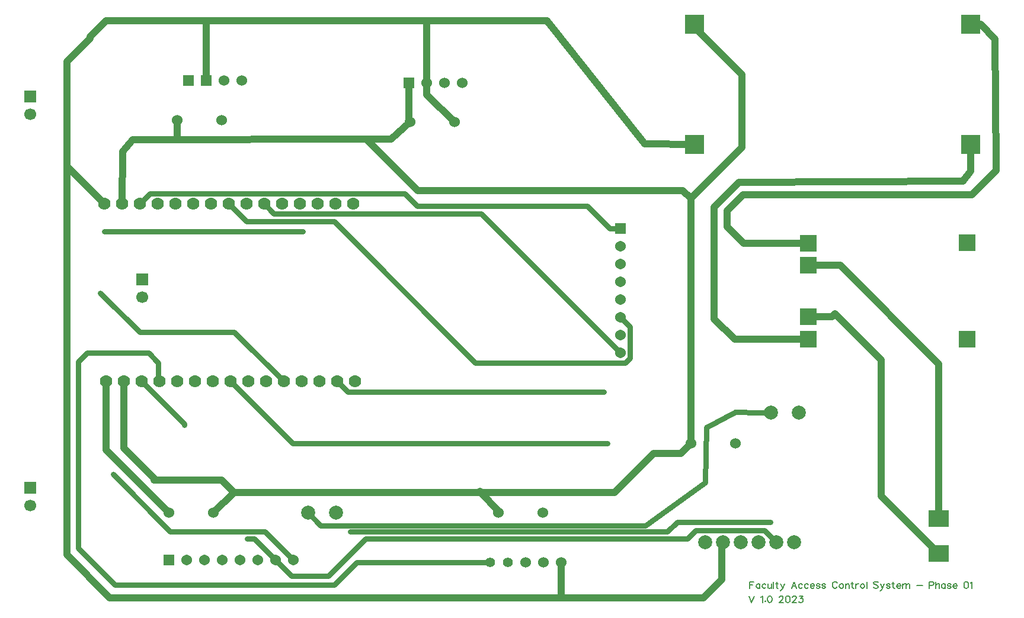
<source format=gtl>
G04 Layer: TopLayer*
G04 EasyEDA v6.5.23, 2023-06-11 23:43:22*
G04 2b95388b78af4998b8b99e231a31c8e7,07531b1ef0a74d2492736d9a14bc6988,10*
G04 Gerber Generator version 0.2*
G04 Scale: 100 percent, Rotated: No, Reflected: No *
G04 Dimensions in millimeters *
G04 leading zeros omitted , absolute positions ,4 integer and 5 decimal *
%FSLAX45Y45*%
%MOMM*%

%ADD10C,0.2032*%
%ADD11C,1.0000*%
%ADD12C,0.7500*%
%ADD13R,2.4000X2.4000*%
%ADD14R,2.8000X2.8000*%
%ADD15R,1.5240X1.5240*%
%ADD16C,1.5240*%
%ADD17C,1.7780*%
%ADD18R,1.5400X1.5400*%
%ADD19C,1.5400*%
%ADD20C,1.4000*%
%ADD21R,3.0000X2.4000*%
%ADD22C,2.0000*%
%ADD23C,1.7000*%
%ADD24R,1.7000X1.7000*%
%ADD25C,0.6100*%
%ADD26C,0.0181*%

%LPD*%
D10*
X11741099Y-2953461D02*
G01*
X11741099Y-3048965D01*
X11741099Y-2953461D02*
G01*
X11800281Y-2953461D01*
X11741099Y-2998927D02*
G01*
X11777421Y-2998927D01*
X11884609Y-2985211D02*
G01*
X11884609Y-3048965D01*
X11884609Y-2998927D02*
G01*
X11875719Y-2989783D01*
X11866575Y-2985211D01*
X11852859Y-2985211D01*
X11843715Y-2989783D01*
X11834825Y-2998927D01*
X11830253Y-3012389D01*
X11830253Y-3021533D01*
X11834825Y-3035249D01*
X11843715Y-3044393D01*
X11852859Y-3048965D01*
X11866575Y-3048965D01*
X11875719Y-3044393D01*
X11884609Y-3035249D01*
X11969191Y-2998927D02*
G01*
X11960301Y-2989783D01*
X11951157Y-2985211D01*
X11937441Y-2985211D01*
X11928297Y-2989783D01*
X11919407Y-2998927D01*
X11914835Y-3012389D01*
X11914835Y-3021533D01*
X11919407Y-3035249D01*
X11928297Y-3044393D01*
X11937441Y-3048965D01*
X11951157Y-3048965D01*
X11960301Y-3044393D01*
X11969191Y-3035249D01*
X11999163Y-2985211D02*
G01*
X11999163Y-3030677D01*
X12003735Y-3044393D01*
X12012879Y-3048965D01*
X12026595Y-3048965D01*
X12035739Y-3044393D01*
X12049201Y-3030677D01*
X12049201Y-2985211D02*
G01*
X12049201Y-3048965D01*
X12079173Y-2953461D02*
G01*
X12079173Y-3048965D01*
X12122861Y-2953461D02*
G01*
X12122861Y-3030677D01*
X12127433Y-3044393D01*
X12136577Y-3048965D01*
X12145721Y-3048965D01*
X12109399Y-2985211D02*
G01*
X12141149Y-2985211D01*
X12180265Y-2985211D02*
G01*
X12207443Y-3048965D01*
X12234621Y-2985211D02*
G01*
X12207443Y-3048965D01*
X12198299Y-3066999D01*
X12189155Y-3076143D01*
X12180265Y-3080715D01*
X12175693Y-3080715D01*
X12371019Y-2953461D02*
G01*
X12334697Y-3048965D01*
X12371019Y-2953461D02*
G01*
X12407341Y-3048965D01*
X12348413Y-3016961D02*
G01*
X12393879Y-3016961D01*
X12491923Y-2998927D02*
G01*
X12483033Y-2989783D01*
X12473889Y-2985211D01*
X12460173Y-2985211D01*
X12451029Y-2989783D01*
X12441885Y-2998927D01*
X12437567Y-3012389D01*
X12437567Y-3021533D01*
X12441885Y-3035249D01*
X12451029Y-3044393D01*
X12460173Y-3048965D01*
X12473889Y-3048965D01*
X12483033Y-3044393D01*
X12491923Y-3035249D01*
X12576505Y-2998927D02*
G01*
X12567361Y-2989783D01*
X12558471Y-2985211D01*
X12544755Y-2985211D01*
X12535611Y-2989783D01*
X12526467Y-2998927D01*
X12521895Y-3012389D01*
X12521895Y-3021533D01*
X12526467Y-3035249D01*
X12535611Y-3044393D01*
X12544755Y-3048965D01*
X12558471Y-3048965D01*
X12567361Y-3044393D01*
X12576505Y-3035249D01*
X12606477Y-3012389D02*
G01*
X12661087Y-3012389D01*
X12661087Y-3003499D01*
X12656515Y-2994355D01*
X12651943Y-2989783D01*
X12642799Y-2985211D01*
X12629337Y-2985211D01*
X12620193Y-2989783D01*
X12611049Y-2998927D01*
X12606477Y-3012389D01*
X12606477Y-3021533D01*
X12611049Y-3035249D01*
X12620193Y-3044393D01*
X12629337Y-3048965D01*
X12642799Y-3048965D01*
X12651943Y-3044393D01*
X12661087Y-3035249D01*
X12741097Y-2998927D02*
G01*
X12736525Y-2989783D01*
X12722809Y-2985211D01*
X12709347Y-2985211D01*
X12695631Y-2989783D01*
X12691059Y-2998927D01*
X12695631Y-3007817D01*
X12704775Y-3012389D01*
X12727381Y-3016961D01*
X12736525Y-3021533D01*
X12741097Y-3030677D01*
X12741097Y-3035249D01*
X12736525Y-3044393D01*
X12722809Y-3048965D01*
X12709347Y-3048965D01*
X12695631Y-3044393D01*
X12691059Y-3035249D01*
X12821107Y-2998927D02*
G01*
X12816535Y-2989783D01*
X12802819Y-2985211D01*
X12789357Y-2985211D01*
X12775641Y-2989783D01*
X12771069Y-2998927D01*
X12775641Y-3007817D01*
X12784785Y-3012389D01*
X12807391Y-3016961D01*
X12816535Y-3021533D01*
X12821107Y-3030677D01*
X12821107Y-3035249D01*
X12816535Y-3044393D01*
X12802819Y-3048965D01*
X12789357Y-3048965D01*
X12775641Y-3044393D01*
X12771069Y-3035249D01*
X12989255Y-2976067D02*
G01*
X12984683Y-2966923D01*
X12975539Y-2958033D01*
X12966649Y-2953461D01*
X12948361Y-2953461D01*
X12939217Y-2958033D01*
X12930073Y-2966923D01*
X12925755Y-2976067D01*
X12921183Y-2989783D01*
X12921183Y-3012389D01*
X12925755Y-3026105D01*
X12930073Y-3035249D01*
X12939217Y-3044393D01*
X12948361Y-3048965D01*
X12966649Y-3048965D01*
X12975539Y-3044393D01*
X12984683Y-3035249D01*
X12989255Y-3026105D01*
X13042087Y-2985211D02*
G01*
X13032943Y-2989783D01*
X13023799Y-2998927D01*
X13019227Y-3012389D01*
X13019227Y-3021533D01*
X13023799Y-3035249D01*
X13032943Y-3044393D01*
X13042087Y-3048965D01*
X13055549Y-3048965D01*
X13064693Y-3044393D01*
X13073837Y-3035249D01*
X13078409Y-3021533D01*
X13078409Y-3012389D01*
X13073837Y-2998927D01*
X13064693Y-2989783D01*
X13055549Y-2985211D01*
X13042087Y-2985211D01*
X13108381Y-2985211D02*
G01*
X13108381Y-3048965D01*
X13108381Y-3003499D02*
G01*
X13122097Y-2989783D01*
X13130987Y-2985211D01*
X13144703Y-2985211D01*
X13153847Y-2989783D01*
X13158419Y-3003499D01*
X13158419Y-3048965D01*
X13202107Y-2953461D02*
G01*
X13202107Y-3030677D01*
X13206425Y-3044393D01*
X13215569Y-3048965D01*
X13224713Y-3048965D01*
X13188391Y-2985211D02*
G01*
X13220141Y-2985211D01*
X13254685Y-2985211D02*
G01*
X13254685Y-3048965D01*
X13254685Y-3012389D02*
G01*
X13259257Y-2998927D01*
X13268401Y-2989783D01*
X13277545Y-2985211D01*
X13291007Y-2985211D01*
X13343839Y-2985211D02*
G01*
X13334695Y-2989783D01*
X13325551Y-2998927D01*
X13320979Y-3012389D01*
X13320979Y-3021533D01*
X13325551Y-3035249D01*
X13334695Y-3044393D01*
X13343839Y-3048965D01*
X13357555Y-3048965D01*
X13366445Y-3044393D01*
X13375589Y-3035249D01*
X13380161Y-3021533D01*
X13380161Y-3012389D01*
X13375589Y-2998927D01*
X13366445Y-2989783D01*
X13357555Y-2985211D01*
X13343839Y-2985211D01*
X13410133Y-2953461D02*
G01*
X13410133Y-3048965D01*
X13573709Y-2966923D02*
G01*
X13564819Y-2958033D01*
X13551103Y-2953461D01*
X13532815Y-2953461D01*
X13519353Y-2958033D01*
X13510209Y-2966923D01*
X13510209Y-2976067D01*
X13514781Y-2985211D01*
X13519353Y-2989783D01*
X13528243Y-2994355D01*
X13555675Y-3003499D01*
X13564819Y-3007817D01*
X13569391Y-3012389D01*
X13573709Y-3021533D01*
X13573709Y-3035249D01*
X13564819Y-3044393D01*
X13551103Y-3048965D01*
X13532815Y-3048965D01*
X13519353Y-3044393D01*
X13510209Y-3035249D01*
X13608253Y-2985211D02*
G01*
X13635685Y-3048965D01*
X13662863Y-2985211D02*
G01*
X13635685Y-3048965D01*
X13626541Y-3066999D01*
X13617397Y-3076143D01*
X13608253Y-3080715D01*
X13603935Y-3080715D01*
X13742873Y-2998927D02*
G01*
X13738301Y-2989783D01*
X13724839Y-2985211D01*
X13711123Y-2985211D01*
X13697407Y-2989783D01*
X13692835Y-2998927D01*
X13697407Y-3007817D01*
X13706551Y-3012389D01*
X13729157Y-3016961D01*
X13738301Y-3021533D01*
X13742873Y-3030677D01*
X13742873Y-3035249D01*
X13738301Y-3044393D01*
X13724839Y-3048965D01*
X13711123Y-3048965D01*
X13697407Y-3044393D01*
X13692835Y-3035249D01*
X13786561Y-2953461D02*
G01*
X13786561Y-3030677D01*
X13791133Y-3044393D01*
X13800277Y-3048965D01*
X13809167Y-3048965D01*
X13772845Y-2985211D02*
G01*
X13804849Y-2985211D01*
X13839393Y-3012389D02*
G01*
X13893749Y-3012389D01*
X13893749Y-3003499D01*
X13889177Y-2994355D01*
X13884605Y-2989783D01*
X13875715Y-2985211D01*
X13861999Y-2985211D01*
X13852855Y-2989783D01*
X13843711Y-2998927D01*
X13839393Y-3012389D01*
X13839393Y-3021533D01*
X13843711Y-3035249D01*
X13852855Y-3044393D01*
X13861999Y-3048965D01*
X13875715Y-3048965D01*
X13884605Y-3044393D01*
X13893749Y-3035249D01*
X13923721Y-2985211D02*
G01*
X13923721Y-3048965D01*
X13923721Y-3003499D02*
G01*
X13937437Y-2989783D01*
X13946581Y-2985211D01*
X13960297Y-2985211D01*
X13969187Y-2989783D01*
X13973759Y-3003499D01*
X13973759Y-3048965D01*
X13973759Y-3003499D02*
G01*
X13987475Y-2989783D01*
X13996619Y-2985211D01*
X14010081Y-2985211D01*
X14019225Y-2989783D01*
X14023797Y-3003499D01*
X14023797Y-3048965D01*
X14123873Y-3007817D02*
G01*
X14205661Y-3007817D01*
X14305737Y-2953461D02*
G01*
X14305737Y-3048965D01*
X14305737Y-2953461D02*
G01*
X14346631Y-2953461D01*
X14360093Y-2958033D01*
X14364665Y-2962605D01*
X14369237Y-2971495D01*
X14369237Y-2985211D01*
X14364665Y-2994355D01*
X14360093Y-2998927D01*
X14346631Y-3003499D01*
X14305737Y-3003499D01*
X14399209Y-2953461D02*
G01*
X14399209Y-3048965D01*
X14399209Y-3003499D02*
G01*
X14412925Y-2989783D01*
X14422069Y-2985211D01*
X14435531Y-2985211D01*
X14444675Y-2989783D01*
X14449247Y-3003499D01*
X14449247Y-3048965D01*
X14533829Y-2985211D02*
G01*
X14533829Y-3048965D01*
X14533829Y-2998927D02*
G01*
X14524685Y-2989783D01*
X14515541Y-2985211D01*
X14502079Y-2985211D01*
X14492935Y-2989783D01*
X14483791Y-2998927D01*
X14479219Y-3012389D01*
X14479219Y-3021533D01*
X14483791Y-3035249D01*
X14492935Y-3044393D01*
X14502079Y-3048965D01*
X14515541Y-3048965D01*
X14524685Y-3044393D01*
X14533829Y-3035249D01*
X14613839Y-2998927D02*
G01*
X14609267Y-2989783D01*
X14595551Y-2985211D01*
X14582089Y-2985211D01*
X14568373Y-2989783D01*
X14563801Y-2998927D01*
X14568373Y-3007817D01*
X14577517Y-3012389D01*
X14600123Y-3016961D01*
X14609267Y-3021533D01*
X14613839Y-3030677D01*
X14613839Y-3035249D01*
X14609267Y-3044393D01*
X14595551Y-3048965D01*
X14582089Y-3048965D01*
X14568373Y-3044393D01*
X14563801Y-3035249D01*
X14643811Y-3012389D02*
G01*
X14698421Y-3012389D01*
X14698421Y-3003499D01*
X14693849Y-2994355D01*
X14689277Y-2989783D01*
X14680133Y-2985211D01*
X14666671Y-2985211D01*
X14657527Y-2989783D01*
X14648383Y-2998927D01*
X14643811Y-3012389D01*
X14643811Y-3021533D01*
X14648383Y-3035249D01*
X14657527Y-3044393D01*
X14666671Y-3048965D01*
X14680133Y-3048965D01*
X14689277Y-3044393D01*
X14698421Y-3035249D01*
X14825675Y-2953461D02*
G01*
X14811959Y-2958033D01*
X14802815Y-2971495D01*
X14798243Y-2994355D01*
X14798243Y-3007817D01*
X14802815Y-3030677D01*
X14811959Y-3044393D01*
X14825675Y-3048965D01*
X14834819Y-3048965D01*
X14848281Y-3044393D01*
X14857425Y-3030677D01*
X14861997Y-3007817D01*
X14861997Y-2994355D01*
X14857425Y-2971495D01*
X14848281Y-2958033D01*
X14834819Y-2953461D01*
X14825675Y-2953461D01*
X14891969Y-2971495D02*
G01*
X14901113Y-2966923D01*
X14914829Y-2953461D01*
X14914829Y-3048965D01*
X11728399Y-3156661D02*
G01*
X11764721Y-3252165D01*
X11801043Y-3156661D02*
G01*
X11764721Y-3252165D01*
X11901119Y-3174695D02*
G01*
X11910263Y-3170123D01*
X11923979Y-3156661D01*
X11923979Y-3252165D01*
X11958523Y-3229305D02*
G01*
X11953951Y-3233877D01*
X11958523Y-3238449D01*
X11962841Y-3233877D01*
X11958523Y-3229305D01*
X12020245Y-3156661D02*
G01*
X12006529Y-3161233D01*
X11997385Y-3174695D01*
X11993067Y-3197555D01*
X11993067Y-3211017D01*
X11997385Y-3233877D01*
X12006529Y-3247593D01*
X12020245Y-3252165D01*
X12029389Y-3252165D01*
X12042851Y-3247593D01*
X12051995Y-3233877D01*
X12056567Y-3211017D01*
X12056567Y-3197555D01*
X12051995Y-3174695D01*
X12042851Y-3161233D01*
X12029389Y-3156661D01*
X12020245Y-3156661D01*
X12161215Y-3179267D02*
G01*
X12161215Y-3174695D01*
X12165787Y-3165805D01*
X12170105Y-3161233D01*
X12179249Y-3156661D01*
X12197537Y-3156661D01*
X12206681Y-3161233D01*
X12210999Y-3165805D01*
X12215571Y-3174695D01*
X12215571Y-3183839D01*
X12210999Y-3192983D01*
X12202109Y-3206699D01*
X12156643Y-3252165D01*
X12220143Y-3252165D01*
X12277547Y-3156661D02*
G01*
X12263831Y-3161233D01*
X12254687Y-3174695D01*
X12250115Y-3197555D01*
X12250115Y-3211017D01*
X12254687Y-3233877D01*
X12263831Y-3247593D01*
X12277547Y-3252165D01*
X12286691Y-3252165D01*
X12300153Y-3247593D01*
X12309297Y-3233877D01*
X12313869Y-3211017D01*
X12313869Y-3197555D01*
X12309297Y-3174695D01*
X12300153Y-3161233D01*
X12286691Y-3156661D01*
X12277547Y-3156661D01*
X12348413Y-3179267D02*
G01*
X12348413Y-3174695D01*
X12352985Y-3165805D01*
X12357557Y-3161233D01*
X12366701Y-3156661D01*
X12384735Y-3156661D01*
X12393879Y-3161233D01*
X12398451Y-3165805D01*
X12403023Y-3174695D01*
X12403023Y-3183839D01*
X12398451Y-3192983D01*
X12389307Y-3206699D01*
X12343841Y-3252165D01*
X12407595Y-3252165D01*
X12446457Y-3156661D02*
G01*
X12496495Y-3156661D01*
X12469317Y-3192983D01*
X12483033Y-3192983D01*
X12491923Y-3197555D01*
X12496495Y-3202127D01*
X12501067Y-3215589D01*
X12501067Y-3224733D01*
X12496495Y-3238449D01*
X12487605Y-3247593D01*
X12473889Y-3252165D01*
X12460173Y-3252165D01*
X12446457Y-3247593D01*
X12442139Y-3243021D01*
X12437567Y-3233877D01*
D11*
X10782198Y2641701D02*
G01*
X6997598Y2641701D01*
X6260998Y3378301D01*
X2920898Y3365601D01*
X12575009Y1569189D02*
G01*
X13035815Y1569189D01*
X14442292Y162720D01*
X14442292Y-2053714D01*
X14442292Y-2553690D02*
G01*
X13614298Y-1725703D01*
X13614298Y216001D01*
X12953898Y876401D01*
X12916593Y839088D01*
X12575009Y839088D01*
D12*
X8026298Y-2679598D02*
G01*
X6121501Y-2679598D01*
X5803900Y-2997200D01*
X2667000Y-2997200D01*
X2146300Y-2476500D01*
X2146300Y190500D01*
X2273300Y317500D01*
X3149600Y317500D01*
X3289300Y177800D01*
X3289300Y-76200D01*
X3301898Y-88798D01*
D11*
X7886598Y-1676298D02*
G01*
X9804298Y-1676298D01*
X10363098Y-1117498D01*
X10756798Y-1117498D01*
X10896498Y-977798D01*
D12*
X9741156Y2095599D02*
G01*
X9417433Y2419322D01*
X6984367Y2419322D01*
X6808116Y2595572D01*
X3166874Y2595572D01*
X3022500Y2451199D01*
X9893200Y2095599D02*
G01*
X9741156Y2095599D01*
X9893200Y825599D02*
G01*
X10024391Y694408D01*
X10024391Y245107D01*
X9959113Y179829D01*
X7819621Y179829D01*
X5802302Y2197148D01*
X4546551Y2197148D01*
X4292500Y2451199D01*
X9893200Y317599D02*
G01*
X7901434Y2309365D01*
X4942334Y2309365D01*
X4800500Y2451199D01*
D11*
X6870598Y4178401D02*
G01*
X6870598Y3632301D01*
X6883298Y3619601D01*
X7124598Y4178401D02*
G01*
X7124598Y4013301D01*
X7518298Y3619601D01*
X3974998Y4216501D02*
G01*
X3974998Y5067401D01*
X7124598Y4178401D02*
G01*
X7124598Y5067401D01*
X2539898Y-88798D02*
G01*
X2539898Y-1066698D01*
X3441598Y-1968398D01*
X3809898Y-1498498D02*
G01*
X3225698Y-1498498D01*
X3225698Y-1473098D01*
X2793898Y-1041298D01*
X2793898Y-88798D01*
X3809898Y-1498498D02*
G01*
X4190898Y-1498498D01*
X4368698Y-1676298D01*
X3555898Y3645001D02*
G01*
X3555898Y3378301D01*
D12*
X5079898Y-88798D02*
G01*
X4375482Y615617D01*
X3023565Y615617D01*
X2460475Y1178707D01*
X5841898Y-88798D02*
G01*
X5992822Y-239730D01*
X9654268Y-239730D01*
X3047898Y-88798D02*
G01*
X3657498Y-698398D01*
X3657498Y-711098D01*
X5219598Y-2641498D02*
G01*
X4813198Y-2235098D01*
X3459309Y-2235098D01*
X2640408Y-1416204D01*
X4559198Y-2336698D02*
G01*
X4660798Y-2336698D01*
X4965598Y-2641498D01*
X12031835Y-2098220D02*
G01*
X10700740Y-2098220D01*
X10559094Y-2239873D01*
X6031791Y-2239873D01*
X5357401Y2058311D02*
G01*
X2515392Y2058311D01*
X9702698Y-977798D02*
G01*
X5206898Y-977798D01*
X4317898Y-88798D01*
D11*
X2920898Y3365601D02*
G01*
X2781198Y3200501D01*
X2768498Y2451201D01*
X6260998Y3378301D02*
G01*
X6616598Y3378301D01*
X6883298Y3619601D01*
D12*
X12115698Y-2387498D02*
G01*
X11949844Y-2221636D01*
X10965083Y-2221636D01*
X10850016Y-2336698D01*
X6248298Y-2336698D01*
X5714898Y-2870098D01*
X5194198Y-2870098D01*
X4965598Y-2641498D01*
D11*
X1981098Y2984601D02*
G01*
X1981098Y-2565298D01*
X2597099Y-3181299D01*
X11080600Y-3181299D01*
X11340998Y-2920898D01*
X11340998Y-2400198D01*
X11353698Y-2387498D01*
X9042298Y-2679598D02*
G01*
X9042298Y-3181299D01*
X8146999Y-1962099D02*
G01*
X8146999Y-1936699D01*
X7905699Y-1682699D01*
X4076598Y-1968398D02*
G01*
X4368698Y-1676298D01*
X7886598Y-1676298D01*
X7886598Y-1663598D01*
X11582298Y2756001D02*
G01*
X11233099Y2406799D01*
X11233099Y806495D01*
X11528597Y510997D01*
X12575009Y510997D01*
X14897100Y3302000D02*
G01*
X14897100Y2921101D01*
X14897100Y2921101D02*
G01*
X14789099Y2775000D01*
X11582349Y2755950D01*
X10896498Y-977798D02*
G01*
X10896498Y2527401D01*
X10782198Y2641701D01*
X10714012Y2641701D01*
X10947298Y3302000D02*
G01*
X10242499Y3308400D01*
X8839149Y5067350D01*
X2539949Y5067350D01*
X2311349Y4838750D01*
X2311349Y4813350D01*
X1981149Y4483150D01*
X1981149Y2984550D01*
X2514549Y2451150D01*
X10947298Y5016601D02*
G01*
X10947298Y4978501D01*
X11626799Y4299000D01*
X11626799Y3257600D01*
X10896549Y2527350D01*
X12574983Y1889051D02*
G01*
X11649148Y1889051D01*
X11417249Y2120950D01*
X11417249Y2349550D01*
X11645849Y2578150D01*
X14916099Y2584500D01*
X15258999Y3016300D02*
G01*
X15246299Y4807000D01*
X15036749Y5016550D01*
X14897049Y5016550D01*
X15258999Y3016300D02*
G01*
X15258999Y2927400D01*
X14916099Y2584500D01*
D12*
X12042599Y-533349D02*
G01*
X11861749Y-533349D01*
X11537899Y-526999D01*
X11118799Y-742899D01*
X11106099Y-1530299D01*
X10245549Y-2149548D01*
X5606999Y-2149548D01*
X5425899Y-1968449D01*
D13*
G01*
X12575006Y1569186D03*
G01*
X12575006Y839088D03*
D14*
G01*
X10947298Y5016601D03*
G01*
X14897100Y5016601D03*
G01*
X10947298Y3302000D03*
G01*
X14897100Y3302000D03*
D15*
G01*
X6870598Y4178401D03*
D16*
G01*
X7124598Y4178401D03*
G01*
X7378598Y4178401D03*
G01*
X7632598Y4178401D03*
D17*
G01*
X2539898Y-88798D03*
G01*
X2793898Y-88798D03*
G01*
X3047898Y-88798D03*
G01*
X3301898Y-88798D03*
G01*
X3555898Y-88798D03*
G01*
X4825898Y-88798D03*
G01*
X4571898Y-88798D03*
G01*
X4317898Y-88798D03*
G01*
X4063898Y-88798D03*
G01*
X3809898Y-88798D03*
G01*
X6095898Y-88798D03*
G01*
X5841898Y-88798D03*
G01*
X5587898Y-88798D03*
G01*
X5333898Y-88798D03*
G01*
X5079898Y-88798D03*
G01*
X5054498Y2451201D03*
G01*
X5308498Y2451201D03*
G01*
X5562498Y2451201D03*
G01*
X5816498Y2451201D03*
G01*
X6070498Y2451201D03*
G01*
X3784498Y2451201D03*
G01*
X4038498Y2451201D03*
G01*
X4292498Y2451201D03*
G01*
X4546498Y2451201D03*
G01*
X4800498Y2451201D03*
G01*
X3530498Y2451201D03*
G01*
X3276498Y2451201D03*
G01*
X3022498Y2451201D03*
G01*
X2768498Y2451201D03*
G01*
X2514498Y2451201D03*
D18*
G01*
X9893198Y2095601D03*
D19*
G01*
X9893198Y1841601D03*
G01*
X9893198Y1587601D03*
G01*
X9893198Y1333601D03*
G01*
X9893198Y1079601D03*
G01*
X9893198Y825601D03*
G01*
X9893198Y571601D03*
G01*
X9893198Y317601D03*
D20*
G01*
X8026298Y-2679598D03*
G01*
X8280298Y-2679598D03*
D16*
G01*
X8534298Y-2679598D03*
G01*
X8788298Y-2679598D03*
G01*
X9042298Y-2679598D03*
D13*
G01*
X12575006Y1889099D03*
G01*
X14845004Y1891004D03*
G01*
X12575006Y510997D03*
G01*
X14845004Y512902D03*
D18*
G01*
X3441598Y-2641498D03*
D19*
G01*
X3695598Y-2641498D03*
G01*
X3949598Y-2641498D03*
G01*
X4203598Y-2641498D03*
G01*
X4457598Y-2641498D03*
G01*
X4711598Y-2641498D03*
G01*
X4965598Y-2641498D03*
G01*
X5219598Y-2641498D03*
D21*
G01*
X14442287Y-2553690D03*
G01*
X14442287Y-2053691D03*
D16*
G01*
X3555898Y3645001D03*
G01*
X4190898Y3645001D03*
G01*
X7518298Y3619601D03*
G01*
X6883298Y3619601D03*
G01*
X3441598Y-1968398D03*
G01*
X4076598Y-1968398D03*
G01*
X8146999Y-1962099D03*
G01*
X8781999Y-1962099D03*
D22*
G01*
X12042698Y-533298D03*
G01*
X12442697Y-533298D03*
G01*
X5425998Y-1968398D03*
G01*
X5825997Y-1968398D03*
D16*
G01*
X11531498Y-977798D03*
G01*
X10896498Y-977798D03*
D23*
G01*
X3060598Y1117701D03*
D24*
G01*
X3060598Y1371701D03*
D23*
G01*
X1460398Y-1866798D03*
D24*
G01*
X1460398Y-1612798D03*
D15*
G01*
X3721100Y4216400D03*
D16*
G01*
X3975100Y4216400D03*
G01*
X4229100Y4216400D03*
G01*
X4483100Y4216400D03*
D23*
G01*
X1460500Y3733800D03*
D24*
G01*
X1460500Y3987800D03*
D22*
G01*
X11099800Y-2387600D03*
G01*
X11353800Y-2387600D03*
G01*
X11607800Y-2387600D03*
G01*
X11861800Y-2387600D03*
G01*
X12115800Y-2387600D03*
G01*
X12369800Y-2387600D03*
D15*
G01*
X3974998Y4216501D03*
D24*
G01*
X10947349Y5016550D03*
G01*
X10947298Y3302000D03*
G01*
X14897100Y5016601D03*
G01*
X14897100Y3302000D03*
D25*
G01*
X2460472Y1178712D03*
G01*
X9654260Y-239725D03*
G01*
X3657498Y-711098D03*
G01*
X2640406Y-1416202D03*
G01*
X4559198Y-2336698D03*
G01*
X9702698Y-977798D03*
G01*
X6031788Y-2239873D03*
G01*
X12031827Y-2098217D03*
G01*
X2515387Y2058314D03*
G01*
X5357393Y2058314D03*
M02*

</source>
